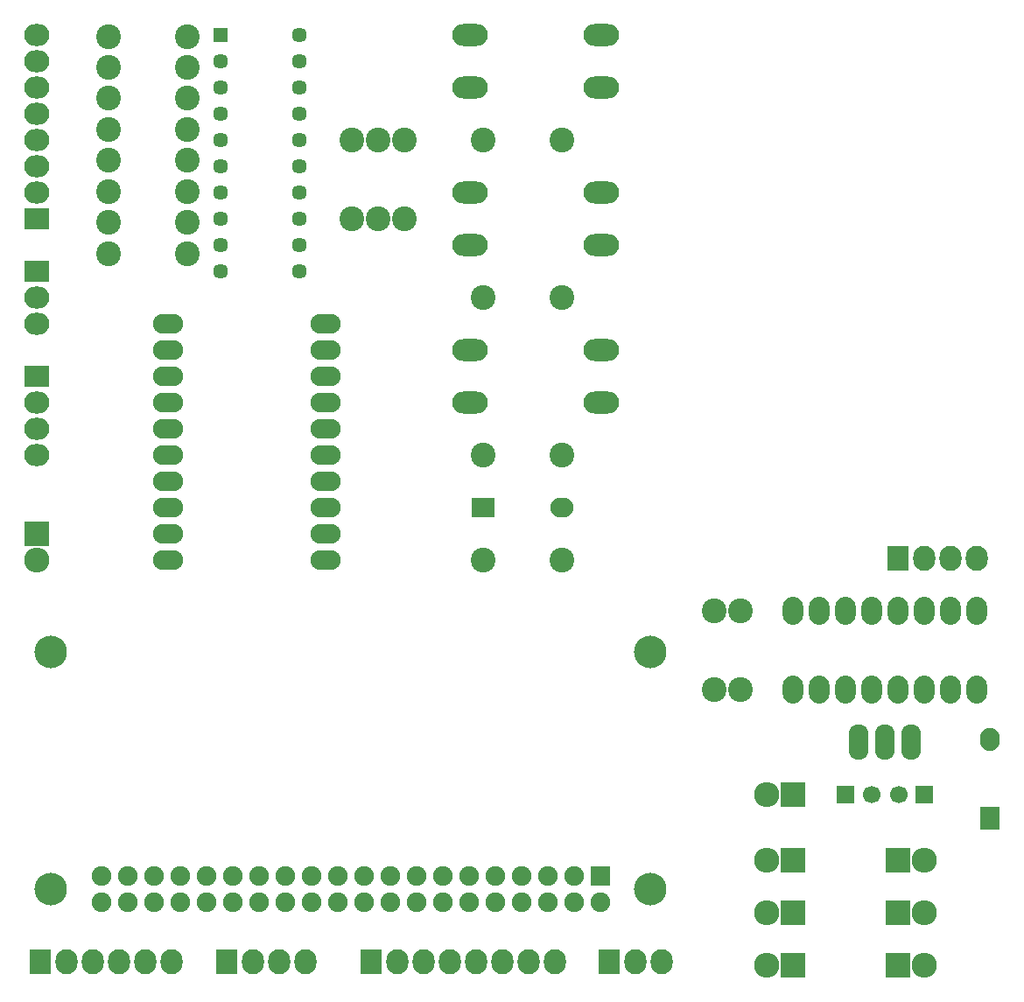
<source format=gbs>
G04 #@! TF.FileFunction,Soldermask,Bot*
%FSLAX46Y46*%
G04 Gerber Fmt 4.6, Leading zero omitted, Abs format (unit mm)*
G04 Created by KiCad (PCBNEW 4.0.2+dfsg1-stable) date 2019年09月16日 23時03分05秒*
%MOMM*%
G01*
G04 APERTURE LIST*
%ADD10C,0.100000*%
%ADD11R,1.908000X1.908000*%
%ADD12C,1.908000*%
%ADD13C,3.150000*%
%ADD14R,1.700000X1.700000*%
%ADD15C,1.700000*%
%ADD16R,2.432000X2.432000*%
%ADD17O,2.432000X2.432000*%
%ADD18R,2.127200X2.432000*%
%ADD19O,2.127200X2.432000*%
%ADD20R,2.432000X2.127200*%
%ADD21O,2.432000X2.127200*%
%ADD22C,2.398980*%
%ADD23O,2.924000X1.924000*%
%ADD24R,2.224000X1.924000*%
%ADD25O,2.224000X1.924000*%
%ADD26O,3.448000X2.127200*%
%ADD27O,2.000000X2.700000*%
%ADD28R,1.450000X1.450000*%
%ADD29C,1.450000*%
%ADD30O,1.924000X3.448000*%
%ADD31R,1.924000X2.224000*%
%ADD32O,1.924000X2.224000*%
G04 APERTURE END LIST*
D10*
D11*
X84205200Y-157999000D03*
D12*
X84205200Y-160539000D03*
X81665200Y-157999000D03*
X81665200Y-160539000D03*
X79125200Y-157999000D03*
X79125200Y-160539000D03*
X76585200Y-157999000D03*
X76585200Y-160539000D03*
X74045200Y-157999000D03*
X74045200Y-160539000D03*
X71505200Y-157999000D03*
X71505200Y-160539000D03*
X68965200Y-157999000D03*
X68965200Y-160539000D03*
X66425200Y-157999000D03*
X66425200Y-160539000D03*
X63885200Y-157999000D03*
X63885200Y-160539000D03*
X61345200Y-157999000D03*
X61345200Y-160539000D03*
X58805200Y-157999000D03*
X58805200Y-160539000D03*
X56265200Y-157999000D03*
X56265200Y-160539000D03*
X53725200Y-157999000D03*
X53725200Y-160539000D03*
X51185200Y-157999000D03*
X51185200Y-160539000D03*
X48645200Y-157999000D03*
X48645200Y-160539000D03*
X46105200Y-157999000D03*
X46105200Y-160539000D03*
X43565200Y-157999000D03*
X43565200Y-160539000D03*
X41025200Y-157999000D03*
X41025200Y-160539000D03*
X38485200Y-157999000D03*
X38485200Y-160539000D03*
X35945200Y-157999000D03*
X35945200Y-160539000D03*
D13*
X89075200Y-136269000D03*
X89075200Y-159269000D03*
X31075200Y-136269000D03*
X31075200Y-159269000D03*
D14*
X115570000Y-150130000D03*
D15*
X113070000Y-150130000D03*
D14*
X107950000Y-150130000D03*
D15*
X110450000Y-150130000D03*
D16*
X113030000Y-161560000D03*
D17*
X115570000Y-161560000D03*
D16*
X113030000Y-166640000D03*
D17*
X115570000Y-166640000D03*
D16*
X113030000Y-156480000D03*
D17*
X115570000Y-156480000D03*
D16*
X102870000Y-150130000D03*
D17*
X100330000Y-150130000D03*
D16*
X102870000Y-156480000D03*
D17*
X100330000Y-156480000D03*
D16*
X102870000Y-161560000D03*
D17*
X100330000Y-161560000D03*
D16*
X102870000Y-166640000D03*
D17*
X100330000Y-166640000D03*
D18*
X113030000Y-127270000D03*
D19*
X115570000Y-127270000D03*
X118110000Y-127270000D03*
X120650000Y-127270000D03*
D18*
X30075200Y-166269000D03*
D19*
X32615200Y-166269000D03*
X35155200Y-166269000D03*
X37695200Y-166269000D03*
X40235200Y-166269000D03*
X42775200Y-166269000D03*
D18*
X62075200Y-166269000D03*
D19*
X64615200Y-166269000D03*
X67155200Y-166269000D03*
X69695200Y-166269000D03*
X72235200Y-166269000D03*
X74775200Y-166269000D03*
X77315200Y-166269000D03*
X79855200Y-166269000D03*
D18*
X48075200Y-166269000D03*
D19*
X50615200Y-166269000D03*
X53155200Y-166269000D03*
X55695200Y-166269000D03*
D18*
X85075200Y-166269000D03*
D19*
X87615200Y-166269000D03*
X90155200Y-166269000D03*
D16*
X29730000Y-124910000D03*
D17*
X29730000Y-127450000D03*
D20*
X29730000Y-99510000D03*
D21*
X29730000Y-102050000D03*
X29730000Y-104590000D03*
D20*
X29730000Y-94430000D03*
D21*
X29730000Y-91890000D03*
X29730000Y-89350000D03*
X29730000Y-86810000D03*
X29730000Y-84270000D03*
X29730000Y-81730000D03*
X29730000Y-79190000D03*
X29730000Y-76650000D03*
D20*
X29730000Y-109670000D03*
D21*
X29730000Y-112210000D03*
X29730000Y-114750000D03*
X29730000Y-117290000D03*
D22*
X97790000Y-139970000D03*
X97790000Y-132350000D03*
X95250000Y-132350000D03*
X95250000Y-139970000D03*
X44250000Y-76740000D03*
X36630000Y-76740000D03*
X44250000Y-79740000D03*
X36630000Y-79740000D03*
X44250000Y-82740000D03*
X36630000Y-82740000D03*
X44250000Y-85740000D03*
X36630000Y-85740000D03*
X44250000Y-88740000D03*
X36630000Y-88740000D03*
X60210000Y-94430000D03*
X60210000Y-86810000D03*
X44250000Y-91740000D03*
X36630000Y-91740000D03*
X44250000Y-94740000D03*
X36630000Y-94740000D03*
X44250000Y-97740000D03*
X36630000Y-97740000D03*
X62750000Y-94430000D03*
X62750000Y-86810000D03*
X80530000Y-127450000D03*
X72910000Y-127450000D03*
X80530000Y-117290000D03*
X72910000Y-117290000D03*
X80530000Y-102050000D03*
X72910000Y-102050000D03*
X80530000Y-86810000D03*
X72910000Y-86810000D03*
X65290000Y-94430000D03*
X65290000Y-86810000D03*
D23*
X57670000Y-127450000D03*
X57670000Y-124910000D03*
X57670000Y-122370000D03*
X57670000Y-119830000D03*
X57670000Y-117290000D03*
X42430000Y-117290000D03*
X42430000Y-119830000D03*
X42430000Y-122370000D03*
X42430000Y-124910000D03*
X42430000Y-127450000D03*
X57670000Y-114750000D03*
X57670000Y-112210000D03*
X57670000Y-109670000D03*
X57670000Y-107130000D03*
X57670000Y-104590000D03*
X42430000Y-104590000D03*
X42430000Y-107130000D03*
X42430000Y-109670000D03*
X42430000Y-112210000D03*
X42430000Y-114750000D03*
D24*
X72910000Y-122370000D03*
D25*
X80530000Y-122370000D03*
D26*
X71640000Y-112210000D03*
X71640000Y-107130000D03*
X84340000Y-112210000D03*
X84340000Y-107130000D03*
X71640000Y-96970000D03*
X71640000Y-91890000D03*
X84340000Y-96970000D03*
X84340000Y-91890000D03*
X71640000Y-81730000D03*
X71640000Y-76650000D03*
X84340000Y-81730000D03*
X84340000Y-76650000D03*
D27*
X120650000Y-132350000D03*
X118110000Y-132350000D03*
X115570000Y-132350000D03*
X113030000Y-132350000D03*
X110490000Y-132350000D03*
X107950000Y-132350000D03*
X105410000Y-132350000D03*
X102870000Y-132350000D03*
X102870000Y-139970000D03*
X105410000Y-139970000D03*
X107950000Y-139970000D03*
X110490000Y-139970000D03*
X113030000Y-139970000D03*
X115570000Y-139970000D03*
X118110000Y-139970000D03*
X120650000Y-139970000D03*
D28*
X47510000Y-76650000D03*
D29*
X47510000Y-79190000D03*
X47510000Y-81730000D03*
X47510000Y-84270000D03*
X47510000Y-86810000D03*
X47510000Y-89350000D03*
X47510000Y-91890000D03*
X47510000Y-94430000D03*
X47510000Y-96970000D03*
X47510000Y-99510000D03*
X55110000Y-99510000D03*
X55110000Y-96970000D03*
X55110000Y-94430000D03*
X55110000Y-91890000D03*
X55110000Y-89350000D03*
X55110000Y-86810000D03*
X55110000Y-84270000D03*
X55110000Y-81730000D03*
X55110000Y-79190000D03*
X55110000Y-76650000D03*
D30*
X114300000Y-145050000D03*
X111760000Y-145050000D03*
X109220000Y-145050000D03*
D31*
X121920000Y-152400000D03*
D32*
X121920000Y-144780000D03*
M02*

</source>
